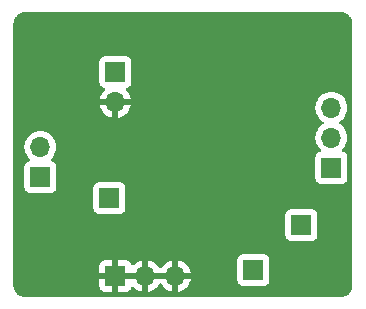
<source format=gbr>
%TF.GenerationSoftware,KiCad,Pcbnew,7.0.6*%
%TF.CreationDate,2024-02-24T16:40:58-05:00*%
%TF.ProjectId,ads1120_breakout,61647331-3132-4305-9f62-7265616b6f75,rev?*%
%TF.SameCoordinates,Original*%
%TF.FileFunction,Copper,L2,Bot*%
%TF.FilePolarity,Positive*%
%FSLAX46Y46*%
G04 Gerber Fmt 4.6, Leading zero omitted, Abs format (unit mm)*
G04 Created by KiCad (PCBNEW 7.0.6) date 2024-02-24 16:40:58*
%MOMM*%
%LPD*%
G01*
G04 APERTURE LIST*
%TA.AperFunction,ComponentPad*%
%ADD10R,1.700000X1.700000*%
%TD*%
%TA.AperFunction,ComponentPad*%
%ADD11O,1.700000X1.700000*%
%TD*%
%TA.AperFunction,ViaPad*%
%ADD12C,0.800000*%
%TD*%
G04 APERTURE END LIST*
D10*
%TO.P,J7,1,Pin_1*%
%TO.N,GND*%
X137922000Y-94488000D03*
D11*
%TO.P,J7,2,Pin_2*%
X140462000Y-94488000D03*
%TO.P,J7,3,Pin_3*%
X143002000Y-94488000D03*
%TD*%
D10*
%TO.P,J6,1,Pin_1*%
%TO.N,3v3*%
X153670000Y-90170000D03*
%TD*%
%TO.P,J5,1,Pin_1*%
%TO.N,Net-(J5-Pin_1)*%
X156210000Y-85329000D03*
D11*
%TO.P,J5,2,Pin_2*%
%TO.N,Net-(J5-Pin_2)*%
X156210000Y-82789000D03*
%TO.P,J5,3,Pin_3*%
%TO.N,DIN*%
X156210000Y-80249000D03*
%TD*%
D10*
%TO.P,J4,1,Pin_1*%
%TO.N,Net-(J4-Pin_1)*%
X137414000Y-87884000D03*
%TD*%
%TO.P,J3,1,Pin_1*%
%TO.N,Net-(J3-Pin_1)*%
X149606000Y-93980000D03*
%TD*%
%TO.P,J2,1,Pin_1*%
%TO.N,Vin*%
X137922000Y-77216000D03*
D11*
%TO.P,J2,2,Pin_2*%
%TO.N,GND*%
X137922000Y-79756000D03*
%TD*%
D10*
%TO.P,J1,1,Pin_1*%
%TO.N,Net-(J1-Pin_1)*%
X131572000Y-86106000D03*
D11*
%TO.P,J1,2,Pin_2*%
%TO.N,Net-(J1-Pin_2)*%
X131572000Y-83566000D03*
%TD*%
D12*
%TO.N,GND*%
X135128000Y-92202000D03*
X131572000Y-92202000D03*
X133096000Y-95250000D03*
X130810000Y-93980000D03*
X134366000Y-95250000D03*
X131826000Y-94742000D03*
X136144000Y-93980000D03*
X135382000Y-94742000D03*
X150622000Y-74168000D03*
X149860000Y-74930000D03*
X148844000Y-75438000D03*
X147574000Y-75438000D03*
X146304000Y-74930000D03*
X145288000Y-74168000D03*
X149606000Y-72898000D03*
X146050000Y-72898000D03*
%TD*%
%TA.AperFunction,Conductor*%
%TO.N,GND*%
G36*
X140002507Y-94278156D02*
G01*
X139962000Y-94416111D01*
X139962000Y-94559889D01*
X140002507Y-94697844D01*
X140028314Y-94738000D01*
X138355686Y-94738000D01*
X138381493Y-94697844D01*
X138422000Y-94559889D01*
X138422000Y-94416111D01*
X138381493Y-94278156D01*
X138355686Y-94238000D01*
X140028314Y-94238000D01*
X140002507Y-94278156D01*
G37*
%TD.AperFunction*%
%TA.AperFunction,Conductor*%
G36*
X142542507Y-94278156D02*
G01*
X142502000Y-94416111D01*
X142502000Y-94559889D01*
X142542507Y-94697844D01*
X142568314Y-94738000D01*
X140895686Y-94738000D01*
X140921493Y-94697844D01*
X140962000Y-94559889D01*
X140962000Y-94416111D01*
X140921493Y-94278156D01*
X140895686Y-94238000D01*
X142568314Y-94238000D01*
X142542507Y-94278156D01*
G37*
%TD.AperFunction*%
%TA.AperFunction,Conductor*%
G36*
X156990695Y-72136735D02*
G01*
X157033519Y-72140482D01*
X157159771Y-72152918D01*
X157179685Y-72156541D01*
X157246349Y-72174403D01*
X157339570Y-72202682D01*
X157355971Y-72208958D01*
X157423411Y-72240406D01*
X157426375Y-72241888D01*
X157463969Y-72261982D01*
X157510327Y-72286762D01*
X157516667Y-72290657D01*
X157582828Y-72336983D01*
X157586600Y-72339844D01*
X157658808Y-72399103D01*
X157663309Y-72403182D01*
X157720815Y-72460688D01*
X157724895Y-72465190D01*
X157784154Y-72537398D01*
X157787015Y-72541170D01*
X157833341Y-72607331D01*
X157837236Y-72613671D01*
X157882101Y-72697605D01*
X157883614Y-72700631D01*
X157915040Y-72768027D01*
X157921319Y-72784435D01*
X157949601Y-72877669D01*
X157967454Y-72944299D01*
X157971082Y-72964238D01*
X157983523Y-73090554D01*
X157987264Y-73133302D01*
X157987500Y-73138710D01*
X157987500Y-95263289D01*
X157987264Y-95268697D01*
X157983523Y-95311445D01*
X157971082Y-95437760D01*
X157967454Y-95457699D01*
X157949601Y-95524330D01*
X157921318Y-95617563D01*
X157915040Y-95633971D01*
X157883614Y-95701367D01*
X157882101Y-95704393D01*
X157837236Y-95788327D01*
X157833341Y-95794667D01*
X157787015Y-95860828D01*
X157784154Y-95864600D01*
X157724895Y-95936808D01*
X157720806Y-95941320D01*
X157663320Y-95998806D01*
X157658808Y-96002895D01*
X157586600Y-96062154D01*
X157582828Y-96065015D01*
X157516667Y-96111341D01*
X157510327Y-96115236D01*
X157426393Y-96160101D01*
X157423367Y-96161614D01*
X157355971Y-96193040D01*
X157339563Y-96199318D01*
X157246330Y-96227601D01*
X157179699Y-96245454D01*
X157159760Y-96249082D01*
X157033445Y-96261523D01*
X156992789Y-96265080D01*
X156990696Y-96265264D01*
X156985290Y-96265500D01*
X130288710Y-96265500D01*
X130283303Y-96265264D01*
X130281015Y-96265063D01*
X130240554Y-96261523D01*
X130114238Y-96249082D01*
X130094299Y-96245454D01*
X130027669Y-96227601D01*
X129934435Y-96199319D01*
X129918027Y-96193040D01*
X129869433Y-96170381D01*
X129850618Y-96161607D01*
X129847605Y-96160101D01*
X129763671Y-96115236D01*
X129757331Y-96111341D01*
X129691170Y-96065015D01*
X129687398Y-96062154D01*
X129615190Y-96002895D01*
X129610688Y-95998815D01*
X129553182Y-95941309D01*
X129549103Y-95936808D01*
X129489844Y-95864600D01*
X129486983Y-95860828D01*
X129440657Y-95794667D01*
X129436762Y-95788327D01*
X129411982Y-95741969D01*
X129391888Y-95704375D01*
X129390406Y-95701411D01*
X129358958Y-95633971D01*
X129352682Y-95617570D01*
X129324398Y-95524330D01*
X129306541Y-95457685D01*
X129302918Y-95437771D01*
X129297804Y-95385844D01*
X136572000Y-95385844D01*
X136578401Y-95445372D01*
X136578403Y-95445379D01*
X136628645Y-95580086D01*
X136628649Y-95580093D01*
X136714809Y-95695187D01*
X136714812Y-95695190D01*
X136829906Y-95781350D01*
X136829913Y-95781354D01*
X136964620Y-95831596D01*
X136964627Y-95831598D01*
X137024155Y-95837999D01*
X137024172Y-95838000D01*
X137672000Y-95838000D01*
X137672000Y-94923501D01*
X137779685Y-94972680D01*
X137886237Y-94988000D01*
X137957763Y-94988000D01*
X138064315Y-94972680D01*
X138172000Y-94923501D01*
X138172000Y-95838000D01*
X138819828Y-95838000D01*
X138819844Y-95837999D01*
X138879372Y-95831598D01*
X138879379Y-95831596D01*
X139014086Y-95781354D01*
X139014093Y-95781350D01*
X139129187Y-95695190D01*
X139129190Y-95695187D01*
X139215350Y-95580093D01*
X139215354Y-95580086D01*
X139264614Y-95448013D01*
X139306485Y-95392079D01*
X139371949Y-95367662D01*
X139440222Y-95382513D01*
X139468477Y-95403665D01*
X139590917Y-95526105D01*
X139784421Y-95661600D01*
X139998507Y-95761429D01*
X139998516Y-95761433D01*
X140212000Y-95818634D01*
X140212000Y-94923501D01*
X140319685Y-94972680D01*
X140426237Y-94988000D01*
X140497763Y-94988000D01*
X140604315Y-94972680D01*
X140712000Y-94923501D01*
X140712000Y-95818633D01*
X140925483Y-95761433D01*
X140925492Y-95761429D01*
X141139578Y-95661600D01*
X141333082Y-95526105D01*
X141500105Y-95359082D01*
X141630425Y-95172968D01*
X141685002Y-95129344D01*
X141754501Y-95122151D01*
X141816855Y-95153673D01*
X141833575Y-95172968D01*
X141963894Y-95359082D01*
X142130917Y-95526105D01*
X142324421Y-95661600D01*
X142538507Y-95761429D01*
X142538516Y-95761433D01*
X142752000Y-95818634D01*
X142752000Y-94923501D01*
X142859685Y-94972680D01*
X142966237Y-94988000D01*
X143037763Y-94988000D01*
X143144315Y-94972680D01*
X143252000Y-94923501D01*
X143252000Y-95818633D01*
X143465483Y-95761433D01*
X143465492Y-95761429D01*
X143679578Y-95661600D01*
X143873082Y-95526105D01*
X144040105Y-95359082D01*
X144175600Y-95165578D01*
X144275429Y-94951492D01*
X144275432Y-94951486D01*
X144295158Y-94877870D01*
X148255500Y-94877870D01*
X148255501Y-94877876D01*
X148261908Y-94937483D01*
X148312202Y-95072328D01*
X148312206Y-95072335D01*
X148398452Y-95187544D01*
X148398455Y-95187547D01*
X148513664Y-95273793D01*
X148513671Y-95273797D01*
X148648517Y-95324091D01*
X148648516Y-95324091D01*
X148655444Y-95324835D01*
X148708127Y-95330500D01*
X150503872Y-95330499D01*
X150563483Y-95324091D01*
X150698331Y-95273796D01*
X150813546Y-95187546D01*
X150899796Y-95072331D01*
X150950091Y-94937483D01*
X150956500Y-94877873D01*
X150956499Y-93082128D01*
X150950091Y-93022517D01*
X150899796Y-92887669D01*
X150899795Y-92887668D01*
X150899793Y-92887664D01*
X150813547Y-92772455D01*
X150813544Y-92772452D01*
X150698335Y-92686206D01*
X150698328Y-92686202D01*
X150563482Y-92635908D01*
X150563483Y-92635908D01*
X150503883Y-92629501D01*
X150503881Y-92629500D01*
X150503873Y-92629500D01*
X150503864Y-92629500D01*
X148708129Y-92629500D01*
X148708123Y-92629501D01*
X148648516Y-92635908D01*
X148513671Y-92686202D01*
X148513664Y-92686206D01*
X148398455Y-92772452D01*
X148398452Y-92772455D01*
X148312206Y-92887664D01*
X148312202Y-92887671D01*
X148261908Y-93022517D01*
X148255501Y-93082116D01*
X148255501Y-93082123D01*
X148255500Y-93082135D01*
X148255500Y-94877870D01*
X144295158Y-94877870D01*
X144332636Y-94738000D01*
X143435686Y-94738000D01*
X143461493Y-94697844D01*
X143502000Y-94559889D01*
X143502000Y-94416111D01*
X143461493Y-94278156D01*
X143435686Y-94238000D01*
X144332636Y-94238000D01*
X144332635Y-94237999D01*
X144275432Y-94024513D01*
X144275429Y-94024507D01*
X144175600Y-93810422D01*
X144175599Y-93810420D01*
X144040113Y-93616926D01*
X144040108Y-93616920D01*
X143873082Y-93449894D01*
X143679578Y-93314399D01*
X143465492Y-93214570D01*
X143465486Y-93214567D01*
X143252000Y-93157364D01*
X143252000Y-94052498D01*
X143144315Y-94003320D01*
X143037763Y-93988000D01*
X142966237Y-93988000D01*
X142859685Y-94003320D01*
X142752000Y-94052498D01*
X142752000Y-93157364D01*
X142751999Y-93157364D01*
X142538513Y-93214567D01*
X142538507Y-93214570D01*
X142324422Y-93314399D01*
X142324420Y-93314400D01*
X142130926Y-93449886D01*
X142130920Y-93449891D01*
X141963891Y-93616920D01*
X141963890Y-93616922D01*
X141833575Y-93803031D01*
X141778998Y-93846655D01*
X141709499Y-93853848D01*
X141647145Y-93822326D01*
X141630425Y-93803031D01*
X141500109Y-93616922D01*
X141500108Y-93616920D01*
X141333082Y-93449894D01*
X141139578Y-93314399D01*
X140925492Y-93214570D01*
X140925486Y-93214567D01*
X140712000Y-93157364D01*
X140712000Y-94052498D01*
X140604315Y-94003320D01*
X140497763Y-93988000D01*
X140426237Y-93988000D01*
X140319685Y-94003320D01*
X140212000Y-94052498D01*
X140212000Y-93157364D01*
X140211999Y-93157364D01*
X139998513Y-93214567D01*
X139998507Y-93214570D01*
X139784422Y-93314399D01*
X139784420Y-93314400D01*
X139590926Y-93449886D01*
X139468477Y-93572335D01*
X139407154Y-93605819D01*
X139337462Y-93600835D01*
X139281529Y-93558963D01*
X139264614Y-93527986D01*
X139215354Y-93395913D01*
X139215350Y-93395906D01*
X139129190Y-93280812D01*
X139129187Y-93280809D01*
X139014093Y-93194649D01*
X139014086Y-93194645D01*
X138879379Y-93144403D01*
X138879372Y-93144401D01*
X138819844Y-93138000D01*
X138172000Y-93138000D01*
X138172000Y-94052498D01*
X138064315Y-94003320D01*
X137957763Y-93988000D01*
X137886237Y-93988000D01*
X137779685Y-94003320D01*
X137672000Y-94052498D01*
X137672000Y-93138000D01*
X137024155Y-93138000D01*
X136964627Y-93144401D01*
X136964620Y-93144403D01*
X136829913Y-93194645D01*
X136829906Y-93194649D01*
X136714812Y-93280809D01*
X136714809Y-93280812D01*
X136628649Y-93395906D01*
X136628645Y-93395913D01*
X136578403Y-93530620D01*
X136578401Y-93530627D01*
X136572000Y-93590155D01*
X136572000Y-94238000D01*
X137488314Y-94238000D01*
X137462507Y-94278156D01*
X137422000Y-94416111D01*
X137422000Y-94559889D01*
X137462507Y-94697844D01*
X137488314Y-94738000D01*
X136572000Y-94738000D01*
X136572000Y-95385844D01*
X129297804Y-95385844D01*
X129290475Y-95311435D01*
X129286733Y-95268671D01*
X129286499Y-95263315D01*
X129286499Y-91067870D01*
X152319500Y-91067870D01*
X152319501Y-91067876D01*
X152325908Y-91127483D01*
X152376202Y-91262328D01*
X152376206Y-91262335D01*
X152462452Y-91377544D01*
X152462455Y-91377547D01*
X152577664Y-91463793D01*
X152577671Y-91463797D01*
X152712517Y-91514091D01*
X152712516Y-91514091D01*
X152719444Y-91514835D01*
X152772127Y-91520500D01*
X154567872Y-91520499D01*
X154627483Y-91514091D01*
X154762331Y-91463796D01*
X154877546Y-91377546D01*
X154963796Y-91262331D01*
X155014091Y-91127483D01*
X155020500Y-91067873D01*
X155020499Y-89272128D01*
X155014091Y-89212517D01*
X155001141Y-89177797D01*
X154963797Y-89077671D01*
X154963793Y-89077664D01*
X154877547Y-88962455D01*
X154877544Y-88962452D01*
X154762335Y-88876206D01*
X154762328Y-88876202D01*
X154627482Y-88825908D01*
X154627483Y-88825908D01*
X154567883Y-88819501D01*
X154567881Y-88819500D01*
X154567873Y-88819500D01*
X154567864Y-88819500D01*
X152772129Y-88819500D01*
X152772123Y-88819501D01*
X152712516Y-88825908D01*
X152577671Y-88876202D01*
X152577664Y-88876206D01*
X152462455Y-88962452D01*
X152462452Y-88962455D01*
X152376206Y-89077664D01*
X152376202Y-89077671D01*
X152325908Y-89212517D01*
X152323545Y-89234500D01*
X152319501Y-89272123D01*
X152319500Y-89272135D01*
X152319500Y-91067870D01*
X129286499Y-91067870D01*
X129286499Y-88781870D01*
X136063500Y-88781870D01*
X136063501Y-88781876D01*
X136069908Y-88841483D01*
X136120202Y-88976328D01*
X136120206Y-88976335D01*
X136206452Y-89091544D01*
X136206455Y-89091547D01*
X136321664Y-89177793D01*
X136321671Y-89177797D01*
X136456517Y-89228091D01*
X136456516Y-89228091D01*
X136463444Y-89228835D01*
X136516127Y-89234500D01*
X138311872Y-89234499D01*
X138371483Y-89228091D01*
X138506331Y-89177796D01*
X138621546Y-89091546D01*
X138707796Y-88976331D01*
X138758091Y-88841483D01*
X138764500Y-88781873D01*
X138764499Y-86986128D01*
X138758091Y-86926517D01*
X138707796Y-86791669D01*
X138707795Y-86791668D01*
X138707793Y-86791664D01*
X138621547Y-86676455D01*
X138621544Y-86676452D01*
X138506335Y-86590206D01*
X138506328Y-86590202D01*
X138371482Y-86539908D01*
X138371483Y-86539908D01*
X138311883Y-86533501D01*
X138311881Y-86533500D01*
X138311873Y-86533500D01*
X138311864Y-86533500D01*
X136516129Y-86533500D01*
X136516123Y-86533501D01*
X136456516Y-86539908D01*
X136321671Y-86590202D01*
X136321664Y-86590206D01*
X136206455Y-86676452D01*
X136206452Y-86676455D01*
X136120206Y-86791664D01*
X136120202Y-86791671D01*
X136069908Y-86926517D01*
X136063501Y-86986116D01*
X136063501Y-86986123D01*
X136063500Y-86986135D01*
X136063500Y-88781870D01*
X129286499Y-88781870D01*
X129286499Y-83566000D01*
X130216341Y-83566000D01*
X130236936Y-83801403D01*
X130236938Y-83801413D01*
X130298094Y-84029655D01*
X130298096Y-84029659D01*
X130298097Y-84029663D01*
X130394623Y-84236664D01*
X130397965Y-84243830D01*
X130397967Y-84243834D01*
X130487372Y-84371516D01*
X130533501Y-84437396D01*
X130533506Y-84437402D01*
X130655430Y-84559326D01*
X130688915Y-84620649D01*
X130683931Y-84690341D01*
X130642059Y-84746274D01*
X130611083Y-84763189D01*
X130479669Y-84812203D01*
X130479664Y-84812206D01*
X130364455Y-84898452D01*
X130364452Y-84898455D01*
X130278206Y-85013664D01*
X130278202Y-85013671D01*
X130227908Y-85148517D01*
X130221501Y-85208116D01*
X130221501Y-85208123D01*
X130221500Y-85208135D01*
X130221500Y-87003870D01*
X130221501Y-87003876D01*
X130227908Y-87063483D01*
X130278202Y-87198328D01*
X130278206Y-87198335D01*
X130364452Y-87313544D01*
X130364455Y-87313547D01*
X130479664Y-87399793D01*
X130479671Y-87399797D01*
X130614517Y-87450091D01*
X130614516Y-87450091D01*
X130621444Y-87450835D01*
X130674127Y-87456500D01*
X132469872Y-87456499D01*
X132529483Y-87450091D01*
X132664331Y-87399796D01*
X132779546Y-87313546D01*
X132865796Y-87198331D01*
X132916091Y-87063483D01*
X132922500Y-87003873D01*
X132922499Y-85208128D01*
X132916091Y-85148517D01*
X132865796Y-85013669D01*
X132865795Y-85013668D01*
X132865793Y-85013664D01*
X132779547Y-84898455D01*
X132779544Y-84898452D01*
X132664335Y-84812206D01*
X132664328Y-84812202D01*
X132532917Y-84763189D01*
X132476983Y-84721318D01*
X132452566Y-84655853D01*
X132467418Y-84587580D01*
X132488563Y-84559332D01*
X132610495Y-84437401D01*
X132746035Y-84243830D01*
X132845903Y-84029663D01*
X132907063Y-83801408D01*
X132927659Y-83566000D01*
X132907063Y-83330592D01*
X132845903Y-83102337D01*
X132746035Y-82888171D01*
X132676596Y-82789000D01*
X154854341Y-82789000D01*
X154874936Y-83024403D01*
X154874938Y-83024413D01*
X154936094Y-83252655D01*
X154936096Y-83252659D01*
X154936097Y-83252663D01*
X154972436Y-83330592D01*
X155035965Y-83466830D01*
X155035967Y-83466834D01*
X155144281Y-83621521D01*
X155171501Y-83660396D01*
X155171506Y-83660402D01*
X155293430Y-83782326D01*
X155326915Y-83843649D01*
X155321931Y-83913341D01*
X155280059Y-83969274D01*
X155249083Y-83986189D01*
X155117669Y-84035203D01*
X155117664Y-84035206D01*
X155002455Y-84121452D01*
X155002452Y-84121455D01*
X154916206Y-84236664D01*
X154916202Y-84236671D01*
X154865908Y-84371517D01*
X154859501Y-84431116D01*
X154859501Y-84431123D01*
X154859500Y-84431135D01*
X154859500Y-86226870D01*
X154859501Y-86226876D01*
X154865908Y-86286483D01*
X154916202Y-86421328D01*
X154916206Y-86421335D01*
X155002452Y-86536544D01*
X155002455Y-86536547D01*
X155117664Y-86622793D01*
X155117671Y-86622797D01*
X155252517Y-86673091D01*
X155252516Y-86673091D01*
X155259444Y-86673835D01*
X155312127Y-86679500D01*
X157107872Y-86679499D01*
X157167483Y-86673091D01*
X157302331Y-86622796D01*
X157417546Y-86536546D01*
X157503796Y-86421331D01*
X157554091Y-86286483D01*
X157560500Y-86226873D01*
X157560499Y-84431128D01*
X157554091Y-84371517D01*
X157506468Y-84243834D01*
X157503797Y-84236671D01*
X157503793Y-84236664D01*
X157417547Y-84121455D01*
X157417544Y-84121452D01*
X157302335Y-84035206D01*
X157302328Y-84035202D01*
X157170917Y-83986189D01*
X157114983Y-83944318D01*
X157090566Y-83878853D01*
X157105418Y-83810580D01*
X157126563Y-83782332D01*
X157248495Y-83660401D01*
X157384035Y-83466830D01*
X157483903Y-83252663D01*
X157545063Y-83024408D01*
X157565659Y-82789000D01*
X157545063Y-82553592D01*
X157483903Y-82325337D01*
X157384035Y-82111171D01*
X157248495Y-81917599D01*
X157248494Y-81917597D01*
X157081402Y-81750506D01*
X157081396Y-81750501D01*
X156895842Y-81620575D01*
X156852217Y-81565998D01*
X156845023Y-81496500D01*
X156876546Y-81434145D01*
X156895842Y-81417425D01*
X156918026Y-81401891D01*
X157081401Y-81287495D01*
X157248495Y-81120401D01*
X157384035Y-80926830D01*
X157483903Y-80712663D01*
X157545063Y-80484408D01*
X157565659Y-80249000D01*
X157545063Y-80013592D01*
X157483903Y-79785337D01*
X157384035Y-79571171D01*
X157366520Y-79546156D01*
X157248494Y-79377597D01*
X157081402Y-79210506D01*
X157081395Y-79210501D01*
X156887834Y-79074967D01*
X156887830Y-79074965D01*
X156887829Y-79074964D01*
X156673663Y-78975097D01*
X156673659Y-78975096D01*
X156673655Y-78975094D01*
X156445413Y-78913938D01*
X156445403Y-78913936D01*
X156210001Y-78893341D01*
X156209999Y-78893341D01*
X155974596Y-78913936D01*
X155974586Y-78913938D01*
X155746344Y-78975094D01*
X155746335Y-78975098D01*
X155532171Y-79074964D01*
X155532169Y-79074965D01*
X155338597Y-79210505D01*
X155171505Y-79377597D01*
X155035965Y-79571169D01*
X155035964Y-79571171D01*
X154936098Y-79785335D01*
X154936094Y-79785344D01*
X154874938Y-80013586D01*
X154874936Y-80013596D01*
X154854341Y-80248999D01*
X154854341Y-80249000D01*
X154874936Y-80484403D01*
X154874938Y-80484413D01*
X154936094Y-80712655D01*
X154936096Y-80712659D01*
X154936097Y-80712663D01*
X154974074Y-80794105D01*
X155035965Y-80926830D01*
X155035967Y-80926834D01*
X155171501Y-81120395D01*
X155171506Y-81120402D01*
X155338597Y-81287493D01*
X155338603Y-81287498D01*
X155524158Y-81417425D01*
X155567783Y-81472002D01*
X155574977Y-81541500D01*
X155543454Y-81603855D01*
X155524158Y-81620575D01*
X155338597Y-81750505D01*
X155171505Y-81917597D01*
X155035965Y-82111169D01*
X155035964Y-82111171D01*
X154936098Y-82325335D01*
X154936094Y-82325344D01*
X154874938Y-82553586D01*
X154874936Y-82553596D01*
X154854341Y-82788999D01*
X154854341Y-82789000D01*
X132676596Y-82789000D01*
X132676595Y-82788999D01*
X132610494Y-82694597D01*
X132443402Y-82527506D01*
X132443395Y-82527501D01*
X132249834Y-82391967D01*
X132249830Y-82391965D01*
X132249829Y-82391964D01*
X132035663Y-82292097D01*
X132035659Y-82292096D01*
X132035655Y-82292094D01*
X131807413Y-82230938D01*
X131807403Y-82230936D01*
X131572001Y-82210341D01*
X131571999Y-82210341D01*
X131336596Y-82230936D01*
X131336586Y-82230938D01*
X131108344Y-82292094D01*
X131108335Y-82292098D01*
X130894171Y-82391964D01*
X130894169Y-82391965D01*
X130700597Y-82527505D01*
X130533505Y-82694597D01*
X130397965Y-82888169D01*
X130397964Y-82888171D01*
X130298098Y-83102335D01*
X130298094Y-83102344D01*
X130236938Y-83330586D01*
X130236936Y-83330596D01*
X130216341Y-83565999D01*
X130216341Y-83566000D01*
X129286499Y-83566000D01*
X129286499Y-78113870D01*
X136571500Y-78113870D01*
X136571501Y-78113876D01*
X136577908Y-78173483D01*
X136628202Y-78308328D01*
X136628206Y-78308335D01*
X136714452Y-78423544D01*
X136714455Y-78423547D01*
X136829664Y-78509793D01*
X136829671Y-78509797D01*
X136829674Y-78509798D01*
X136961598Y-78559002D01*
X137017531Y-78600873D01*
X137041949Y-78666337D01*
X137027098Y-78734610D01*
X137005947Y-78762865D01*
X136883886Y-78884926D01*
X136748400Y-79078420D01*
X136748399Y-79078422D01*
X136648570Y-79292507D01*
X136648567Y-79292513D01*
X136591364Y-79505999D01*
X136591364Y-79506000D01*
X137488314Y-79506000D01*
X137462507Y-79546156D01*
X137422000Y-79684111D01*
X137422000Y-79827889D01*
X137462507Y-79965844D01*
X137488314Y-80006000D01*
X136591364Y-80006000D01*
X136648567Y-80219486D01*
X136648570Y-80219492D01*
X136748399Y-80433578D01*
X136883894Y-80627082D01*
X137050917Y-80794105D01*
X137244421Y-80929600D01*
X137458507Y-81029429D01*
X137458516Y-81029433D01*
X137672000Y-81086634D01*
X137672000Y-80191501D01*
X137779685Y-80240680D01*
X137886237Y-80256000D01*
X137957763Y-80256000D01*
X138064315Y-80240680D01*
X138172000Y-80191501D01*
X138172000Y-81086633D01*
X138385483Y-81029433D01*
X138385492Y-81029429D01*
X138599578Y-80929600D01*
X138793082Y-80794105D01*
X138960105Y-80627082D01*
X139095600Y-80433578D01*
X139195429Y-80219492D01*
X139195432Y-80219486D01*
X139252636Y-80006000D01*
X138355686Y-80006000D01*
X138381493Y-79965844D01*
X138422000Y-79827889D01*
X138422000Y-79684111D01*
X138381493Y-79546156D01*
X138355686Y-79506000D01*
X139252636Y-79506000D01*
X139252635Y-79505999D01*
X139195432Y-79292513D01*
X139195429Y-79292507D01*
X139095600Y-79078422D01*
X139095599Y-79078420D01*
X138960113Y-78884926D01*
X138960108Y-78884920D01*
X138838053Y-78762865D01*
X138804568Y-78701542D01*
X138809552Y-78631850D01*
X138851424Y-78575917D01*
X138882400Y-78559002D01*
X139014331Y-78509796D01*
X139129546Y-78423546D01*
X139215796Y-78308331D01*
X139266091Y-78173483D01*
X139272500Y-78113873D01*
X139272499Y-76318128D01*
X139266091Y-76258517D01*
X139215796Y-76123669D01*
X139215795Y-76123668D01*
X139215793Y-76123664D01*
X139129547Y-76008455D01*
X139129544Y-76008452D01*
X139014335Y-75922206D01*
X139014328Y-75922202D01*
X138879482Y-75871908D01*
X138879483Y-75871908D01*
X138819883Y-75865501D01*
X138819881Y-75865500D01*
X138819873Y-75865500D01*
X138819864Y-75865500D01*
X137024129Y-75865500D01*
X137024123Y-75865501D01*
X136964516Y-75871908D01*
X136829671Y-75922202D01*
X136829664Y-75922206D01*
X136714455Y-76008452D01*
X136714452Y-76008455D01*
X136628206Y-76123664D01*
X136628202Y-76123671D01*
X136577908Y-76258517D01*
X136571501Y-76318116D01*
X136571501Y-76318123D01*
X136571500Y-76318135D01*
X136571500Y-78113870D01*
X129286499Y-78113870D01*
X129286499Y-73138704D01*
X129286735Y-73133299D01*
X129290477Y-73090532D01*
X129302918Y-72964221D01*
X129306542Y-72944309D01*
X129324402Y-72877653D01*
X129352683Y-72784424D01*
X129358953Y-72768037D01*
X129390420Y-72700558D01*
X129391872Y-72697653D01*
X129436764Y-72613666D01*
X129440657Y-72607331D01*
X129473837Y-72559945D01*
X129486994Y-72541155D01*
X129489827Y-72537420D01*
X129549122Y-72465168D01*
X129553162Y-72460710D01*
X129610710Y-72403162D01*
X129615168Y-72399122D01*
X129687420Y-72339827D01*
X129691155Y-72336994D01*
X129757334Y-72290654D01*
X129763666Y-72286764D01*
X129847653Y-72241872D01*
X129850558Y-72240420D01*
X129918037Y-72208953D01*
X129934424Y-72202683D01*
X130027653Y-72174402D01*
X130094309Y-72156542D01*
X130114223Y-72152918D01*
X130240542Y-72140477D01*
X130283305Y-72136735D01*
X130288706Y-72136500D01*
X156985293Y-72136500D01*
X156990695Y-72136735D01*
G37*
%TD.AperFunction*%
%TD*%
M02*

</source>
